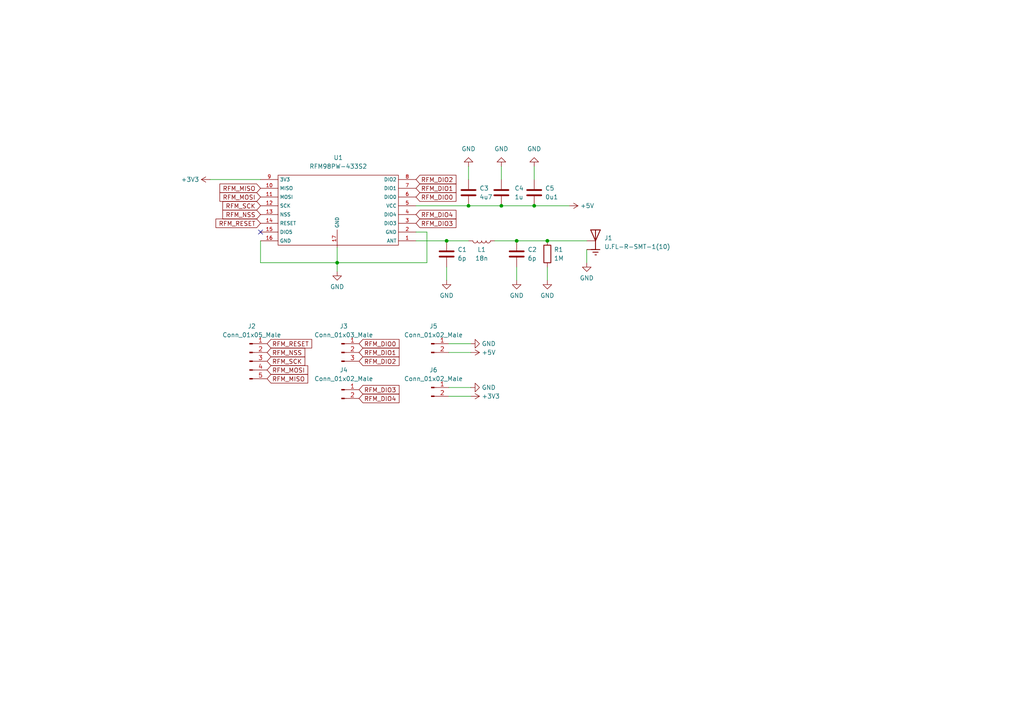
<source format=kicad_sch>
(kicad_sch (version 20211123) (generator eeschema)
  (paper "A4")
  (lib_symbols
    (symbol "Connector:Conn_01x02_Male" (pin_names (offset 1.016) hide)
      (property "Reference" "J" (at 0 2.54 0))
      (property "Value" "Conn_01x02_Male" (at 0 -5.08 0))
      (symbol "Conn_01x02_Male_1_1"
        (polyline (pts (xy 1.27 -2.54) (xy 0.8636 -2.54)) (stroke (width 0.1524)))
        (polyline (pts (xy 1.27 0) (xy 0.8636 0)) (stroke (width 0.1524)))
        (rectangle (start 0.8636 -2.413) (end 0 -2.667) (stroke (width 0.1524)) (fill (type outline)))
        (rectangle (start 0.8636 0.127) (end 0 -0.127) (stroke (width 0.1524)) (fill (type outline)))
        (pin passive line (at 5.08 0 180) (length 3.81) (name "Pin_1") (number "1"))
        (pin passive line (at 5.08 -2.54 180) (length 3.81) (name "Pin_2") (number "2"))
      )
    )
    (symbol "Connector:Conn_01x03_Male" (pin_names (offset 1.016) hide)
      (property "Reference" "J" (at 0 5.08 0))
      (property "Value" "Conn_01x03_Male" (at 0 -5.08 0))
      (symbol "Conn_01x03_Male_1_1"
        (polyline (pts (xy 1.27 -2.54) (xy 0.8636 -2.54)) (stroke (width 0.1524)))
        (polyline (pts (xy 1.27 0) (xy 0.8636 0)) (stroke (width 0.1524)))
        (polyline (pts (xy 1.27 2.54) (xy 0.8636 2.54)) (stroke (width 0.1524)))
        (rectangle (start 0.8636 -2.413) (end 0 -2.667) (stroke (width 0.1524)) (fill (type outline)))
        (rectangle (start 0.8636 0.127) (end 0 -0.127) (stroke (width 0.1524)) (fill (type outline)))
        (rectangle (start 0.8636 2.667) (end 0 2.413) (stroke (width 0.1524)) (fill (type outline)))
        (pin passive line (at 5.08 2.54 180) (length 3.81) (name "Pin_1") (number "1"))
        (pin passive line (at 5.08 0 180) (length 3.81) (name "Pin_2") (number "2"))
        (pin passive line (at 5.08 -2.54 180) (length 3.81) (name "Pin_3") (number "3"))
      )
    )
    (symbol "Connector:Conn_01x05_Male" (pin_names (offset 1.016) hide)
      (property "Reference" "J" (at 0 7.62 0))
      (property "Value" "Conn_01x05_Male" (at 0 -7.62 0))
      (symbol "Conn_01x05_Male_1_1"
        (polyline (pts (xy 1.27 -5.08) (xy 0.8636 -5.08)) (stroke (width 0.1524)))
        (polyline (pts (xy 1.27 -2.54) (xy 0.8636 -2.54)) (stroke (width 0.1524)))
        (polyline (pts (xy 1.27 0) (xy 0.8636 0)) (stroke (width 0.1524)))
        (polyline (pts (xy 1.27 2.54) (xy 0.8636 2.54)) (stroke (width 0.1524)))
        (polyline (pts (xy 1.27 5.08) (xy 0.8636 5.08)) (stroke (width 0.1524)))
        (rectangle (start 0.8636 -4.953) (end 0 -5.207) (stroke (width 0.1524)) (fill (type outline)))
        (rectangle (start 0.8636 -2.413) (end 0 -2.667) (stroke (width 0.1524)) (fill (type outline)))
        (rectangle (start 0.8636 0.127) (end 0 -0.127) (stroke (width 0.1524)) (fill (type outline)))
        (rectangle (start 0.8636 2.667) (end 0 2.413) (stroke (width 0.1524)) (fill (type outline)))
        (rectangle (start 0.8636 5.207) (end 0 4.953) (stroke (width 0.1524)) (fill (type outline)))
        (pin passive line (at 5.08 5.08 180) (length 3.81) (name "Pin_1") (number "1"))
        (pin passive line (at 5.08 2.54 180) (length 3.81) (name "Pin_2") (number "2"))
        (pin passive line (at 5.08 0 180) (length 3.81) (name "Pin_3") (number "3"))
        (pin passive line (at 5.08 -2.54 180) (length 3.81) (name "Pin_4") (number "4"))
        (pin passive line (at 5.08 -5.08 180) (length 3.81) (name "Pin_5") (number "5"))
      )
    )
    (symbol "Device:C" (pin_numbers hide) (pin_names (offset 0.254))
      (property "Reference" "C" (at 0.635 2.54 0))
      (property "Value" "C" (at 0.635 -2.54 0))
      (symbol "C_0_1"
        (polyline (pts (xy -2.032 -0.762) (xy 2.032 -0.762)) (stroke (width 0.508)))
        (polyline (pts (xy -2.032 0.762) (xy 2.032 0.762)) (stroke (width 0.508)))
      )
      (symbol "C_1_1"
        (pin passive line (at 0 3.81 270) (length 2.794) (name "~") (number "1"))
        (pin passive line (at 0 -3.81 90) (length 2.794) (name "~") (number "2"))
      )
    )
    (symbol "Device:L" (pin_numbers hide) (pin_names (offset 1.016) hide)
      (property "Reference" "L" (at -1.27 0 90))
      (property "Value" "L" (at 1.905 0 90))
      (symbol "L_0_1"
        (arc (start 0 -2.54) (mid 0.635 -1.905) (end 0 -1.27))
        (arc (start 0 -1.27) (mid 0.635 -0.635) (end 0 0))
        (arc (start 0 0) (mid 0.635 0.635) (end 0 1.27))
        (arc (start 0 1.27) (mid 0.635 1.905) (end 0 2.54))
      )
      (symbol "L_1_1"
        (pin passive line (at 0 3.81 270) (length 1.27) (name "1") (number "1"))
        (pin passive line (at 0 -3.81 90) (length 1.27) (name "2") (number "2"))
      )
    )
    (symbol "Device:R" (pin_numbers hide) (pin_names (offset 0))
      (property "Reference" "R" (at 2.032 0 90))
      (property "Value" "R" (at 0 0 90))
      (symbol "R_0_1"
        (rectangle (start -1.016 -2.54) (end 1.016 2.54) (stroke (width 0.254)))
      )
      (symbol "R_1_1"
        (pin passive line (at 0 3.81 270) (length 1.27) (name "~") (number "1"))
        (pin passive line (at 0 -3.81 90) (length 1.27) (name "~") (number "2"))
      )
    )
    (symbol "RFM98PW:RFM98PW-433S2"
      (property "Reference" "U?" (at 0.3175 5.08 0))
      (property "Value" "RFM98PW-433S2" (at 0.3175 2.54 0))
      (symbol "RFM98PW-433S2_0_0"
        (pin bidirectional line (at 22.86 -19.05 180) (length 5.08) (name "ANT") (number "1"))
        (pin bidirectional line (at -22.225 -3.81 0) (length 5.08) (name "MISO") (number "10"))
        (pin bidirectional line (at -22.225 -6.35 0) (length 5.08) (name "MOSI") (number "11"))
        (pin bidirectional line (at -22.225 -8.89 0) (length 5.08) (name "SCK") (number "12"))
        (pin bidirectional line (at -22.225 -11.43 0) (length 5.08) (name "NSS") (number "13"))
        (pin bidirectional line (at -22.225 -13.97 0) (length 5.08) (name "RESET") (number "14"))
        (pin bidirectional line (at -22.225 -16.51 0) (length 5.08) (name "DIO5") (number "15"))
        (pin power_in line (at -22.225 -19.05 0) (length 5.08) (name "GND") (number "16"))
        (pin power_in line (at 0 -20.955 90) (length 5.08) (name "GND") (number "17"))
        (pin power_in line (at 22.86 -16.51 180) (length 5.08) (name "GND") (number "2"))
        (pin bidirectional line (at 22.86 -13.97 180) (length 5.08) (name "DIO3") (number "3"))
        (pin bidirectional line (at 22.86 -11.43 180) (length 5.08) (name "DIO4") (number "4"))
        (pin power_in line (at 22.86 -8.89 180) (length 5.08) (name "VCC") (number "5"))
        (pin bidirectional line (at 22.86 -6.35 180) (length 5.08) (name "DIO0") (number "6"))
        (pin bidirectional line (at 22.86 -3.81 180) (length 5.08) (name "DIO1") (number "7"))
        (pin bidirectional line (at 22.86 -1.27 180) (length 5.08) (name "DIO2") (number "8"))
        (pin power_out line (at -22.225 -1.27 0) (length 5.08) (name "3V3") (number "9"))
      )
      (symbol "RFM98PW-433S2_0_1"
        (rectangle (start -17.145 0) (end 17.78 -20.32))
      )
    )
    (symbol "U.FL-R-SMT-1_10_:U.FL-R-SMT-1(10)" (pin_numbers hide) (pin_names (offset 1.016) hide)
      (property "Reference" "J" (at -2.54 5.08 0))
      (property "Value" "U.FL-R-SMT-1(10)" (at -2.667 -7.6454 0))
      (symbol "U.FL-R-SMT-1(10)_0_0"
        (polyline (pts (xy -1.397 3.175) (xy 0 3.175)) (stroke (width 0.254)))
        (polyline (pts (xy -0.762 -3.302) (xy 0.762 -3.302)) (stroke (width 0.254)))
        (polyline (pts (xy -0.127 -4.064) (xy 0.254 -4.064)) (stroke (width 0.254)))
        (polyline (pts (xy 0 -2.54) (xy -1.27 -2.54)) (stroke (width 0.254)))
        (polyline (pts (xy 0 -2.54) (xy 1.27 -2.54)) (stroke (width 0.254)))
        (polyline (pts (xy 0 0) (xy -1.397 3.175)) (stroke (width 0.254)))
        (polyline (pts (xy 0 0) (xy 0 -2.54)) (stroke (width 0.254)))
        (polyline (pts (xy 0 3.175) (xy 0 0)) (stroke (width 0.254)))
        (polyline (pts (xy 0 3.175) (xy 1.397 3.175)) (stroke (width 0.254)))
        (polyline (pts (xy 1.397 3.175) (xy 0 0)) (stroke (width 0.254)))
        (pin passive line (at -2.54 -2.54 0) (length 2.54) (name "~") (number "1"))
        (pin passive line (at -2.54 0 0) (length 2.54) (name "~") (number "2"))
        (pin passive line (at -2.54 -2.54 0) (length 2.54) (name "~") (number "3"))
      )
    )
    (symbol "power:+3V3" (power) (pin_names (offset 0))
      (property "Value" "+3V3" (at 0 3.556 0))
      (symbol "+3V3_0_1"
        (polyline (pts (xy -0.762 1.27) (xy 0 2.54)))
        (polyline (pts (xy 0 0) (xy 0 2.54)))
        (polyline (pts (xy 0 2.54) (xy 0.762 1.27)))
      )
      (symbol "+3V3_1_1"
        (pin power_in line (at 0 0 90) (length 0) hide (name "+3V3") (number "1"))
      )
    )
    (symbol "power:+5V" (power) (pin_names (offset 0))
      (property "Value" "+5V" (at 0 3.556 0))
      (symbol "+5V_0_1"
        (polyline (pts (xy -0.762 1.27) (xy 0 2.54)))
        (polyline (pts (xy 0 0) (xy 0 2.54)))
        (polyline (pts (xy 0 2.54) (xy 0.762 1.27)))
      )
      (symbol "+5V_1_1"
        (pin power_in line (at 0 0 90) (length 0) hide (name "+5V") (number "1"))
      )
    )
    (symbol "power:GND" (power) (pin_names (offset 0))
      (property "Value" "GND" (at 0 -3.81 0))
      (symbol "GND_0_1"
        (polyline (pts (xy 0 0) (xy 0 -1.27) (xy 1.27 -1.27) (xy 0 -2.54) (xy -1.27 -1.27) (xy 0 -1.27)))
      )
      (symbol "GND_1_1"
        (pin power_in line (at 0 0 270) (length 0) hide (name "GND") (number "1"))
      )
    )
  )
  (junction (at 97.79 76.2))
  (junction (at 135.89 59.69))
  (junction (at 149.86 69.85))
  (junction (at 158.75 69.85))
  (junction (at 145.415 59.69))
  (junction (at 154.94 59.69))
  (junction (at 129.54 69.85))
  (no_connect (at 75.565 67.31))
  (wire (pts (xy 158.75 77.47) (xy 158.75 81.28)))
  (wire (pts (xy 97.79 71.755) (xy 97.79 76.2)))
  (wire (pts (xy 135.89 48.26) (xy 135.89 52.07)))
  (wire (pts (xy 170.18 72.39) (xy 170.18 76.2)))
  (wire (pts (xy 158.75 69.85) (xy 170.18 69.85)))
  (wire (pts (xy 130.175 112.395) (xy 136.525 112.395)))
  (wire (pts (xy 75.565 69.85) (xy 75.565 76.2)))
  (wire (pts (xy 145.415 59.69) (xy 154.94 59.69)))
  (wire (pts (xy 75.565 76.2) (xy 97.79 76.2)))
  (wire (pts (xy 130.175 99.695) (xy 136.525 99.695)))
  (wire (pts (xy 154.94 48.26) (xy 154.94 52.07)))
  (wire (pts (xy 154.94 59.69) (xy 165.1 59.69)))
  (wire (pts (xy 149.86 77.47) (xy 149.86 81.28)))
  (wire (pts (xy 123.825 76.2) (xy 97.79 76.2)))
  (wire (pts (xy 130.175 102.235) (xy 136.525 102.235)))
  (wire (pts (xy 120.65 59.69) (xy 135.89 59.69)))
  (wire (pts (xy 120.65 67.31) (xy 123.825 67.31)))
  (wire (pts (xy 120.65 69.85) (xy 129.54 69.85)))
  (wire (pts (xy 60.96 52.07) (xy 75.565 52.07)))
  (wire (pts (xy 97.79 76.2) (xy 97.79 78.74)))
  (wire (pts (xy 123.825 67.31) (xy 123.825 76.2)))
  (wire (pts (xy 135.89 59.69) (xy 145.415 59.69)))
  (wire (pts (xy 145.415 48.26) (xy 145.415 52.07)))
  (wire (pts (xy 130.175 114.935) (xy 136.525 114.935)))
  (wire (pts (xy 129.54 69.85) (xy 135.89 69.85)))
  (wire (pts (xy 129.54 77.47) (xy 129.54 81.28)))
  (wire (pts (xy 143.51 69.85) (xy 149.86 69.85)))
  (wire (pts (xy 149.86 69.85) (xy 158.75 69.85)))
  (global_label "RFM_SCK" (shape input) (at 77.47 104.775 0) (property "Intersheet References" "${INTERSHEET_REFS}" (effects hide)))
  (global_label "RFM_MISO" (shape input) (at 75.565 54.61 180) (property "Intersheet References" "${INTERSHEET_REFS}" (effects hide)))
  (global_label "RFM_DIO4" (shape input) (at 120.65 62.23 0) (property "Intersheet References" "${INTERSHEET_REFS}" (effects hide)))
  (global_label "RFM_RESET" (shape input) (at 77.47 99.695 0) (property "Intersheet References" "${INTERSHEET_REFS}" (effects hide)))
  (global_label "RFM_NSS" (shape input) (at 77.47 102.235 0) (property "Intersheet References" "${INTERSHEET_REFS}" (effects hide)))
  (global_label "RFM_NSS" (shape input) (at 75.565 62.23 180) (property "Intersheet References" "${INTERSHEET_REFS}" (effects hide)))
  (global_label "RFM_DIO2" (shape input) (at 120.65 52.07 0) (property "Intersheet References" "${INTERSHEET_REFS}" (effects hide)))
  (global_label "RFM_DIO3" (shape input) (at 104.14 113.03 0) (property "Intersheet References" "${INTERSHEET_REFS}" (effects hide)))
  (global_label "RFM_DIO0" (shape input) (at 120.65 57.15 0) (property "Intersheet References" "${INTERSHEET_REFS}" (effects hide)))
  (global_label "RFM_DIO2" (shape input) (at 104.14 104.775 0) (property "Intersheet References" "${INTERSHEET_REFS}" (effects hide)))
  (global_label "RFM_DIO0" (shape input) (at 104.14 99.695 0) (property "Intersheet References" "${INTERSHEET_REFS}" (effects hide)))
  (global_label "RFM_MOSI" (shape input) (at 75.565 57.15 180) (property "Intersheet References" "${INTERSHEET_REFS}" (effects hide)))
  (global_label "RFM_DIO1" (shape input) (at 104.14 102.235 0) (property "Intersheet References" "${INTERSHEET_REFS}" (effects hide)))
  (global_label "RFM_RESET" (shape input) (at 75.565 64.77 180) (property "Intersheet References" "${INTERSHEET_REFS}" (effects hide)))
  (global_label "RFM_DIO1" (shape input) (at 120.65 54.61 0) (property "Intersheet References" "${INTERSHEET_REFS}" (effects hide)))
  (global_label "RFM_MOSI" (shape input) (at 77.47 107.315 0) (property "Intersheet References" "${INTERSHEET_REFS}" (effects hide)))
  (global_label "RFM_DIO3" (shape input) (at 120.65 64.77 0) (property "Intersheet References" "${INTERSHEET_REFS}" (effects hide)))
  (global_label "RFM_SCK" (shape input) (at 75.565 59.69 180) (property "Intersheet References" "${INTERSHEET_REFS}" (effects hide)))
  (global_label "RFM_DIO4" (shape input) (at 104.14 115.57 0) (property "Intersheet References" "${INTERSHEET_REFS}" (effects hide)))
  (global_label "RFM_MISO" (shape input) (at 77.47 109.855 0) (property "Intersheet References" "${INTERSHEET_REFS}" (effects hide)))
  (symbol (lib_id "power:GND") (at 158.75 81.28 0) (unit 1)
    (property "Reference" "#PWR0108" (effects hide))
    (property "Value" "GND" (at 158.75 85.725 0))
  )
  (symbol (lib_id "power:GND") (at 136.525 112.395 90) (unit 1)
    (property "Reference" "#PWR0109" (effects hide))
    (property "Value" "GND" (at 139.7 112.3949 90) (effects (justify right)))
  )
  (symbol (lib_id "Device:C") (at 135.89 55.88 0) (unit 1)
    (property "Reference" "C3" (at 139.065 54.6099 0) (effects (justify left)))
    (property "Value" "4u7" (at 139.065 57.1499 0) (effects (justify left)))
    (property "Footprint" "Capacitor_SMD:C_0603_1608Metric_Pad1.08x0.95mm_HandSolder" (effects hide))
  )
  (symbol (lib_id "Device:L") (at 139.7 69.85 270) (unit 1)
    (property "Reference" "L1" (at 139.7 72.39 90))
    (property "Value" "18n" (at 139.7 74.93 90))
    (property "Footprint" "Inductor_SMD:L_0603_1608Metric_Pad1.05x0.95mm_HandSolder" (effects hide))
  )
  (symbol (lib_id "power:GND") (at 136.525 99.695 90) (unit 1)
    (property "Reference" "#PWR0110" (effects hide))
    (property "Value" "GND" (at 139.7 99.6949 90) (effects (justify right)))
  )
  (symbol (lib_id "U.FL-R-SMT-1_10_:U.FL-R-SMT-1(10)") (at 172.72 69.85 0) (unit 1)
    (property "Reference" "J1" (at 175.26 69.0244 0) (effects (justify left)))
    (property "Value" "U.FL-R-SMT-1(10)" (at 175.26 71.5644 0) (effects (justify left)))
    (property "Footprint" "HRS_U.FL-R-SMT-1(10)" (effects hide))
    (property "MP" "U.FL-R-SMT-1_10_" (effects hide))
    (property "PACKAGE" "None" (effects hide))
    (property "PRICE" "0.71 USD" (effects hide))
    (property "STANDARD" "Manufacturer Recommendation" (effects hide))
    (property "DESCRIPTION" "U.FL Series 6 Ghz 50 Ohm Ultra-small SMT Coaxial Cable Receptacle" (effects hide))
    (property "MANUFACTURER" "Hirose" (effects hide))
    (property "AVAILABILITY" "Good" (effects hide))
  )
  (symbol (lib_id "power:GND") (at 97.79 78.74 0) (unit 1)
    (property "Reference" "#PWR0113" (effects hide))
    (property "Value" "GND" (at 97.79 83.185 0))
  )
  (symbol (lib_id "Connector:Conn_01x05_Male") (at 72.39 104.775 0) (unit 1)
    (property "Reference" "J2" (at 73.025 94.615 0))
    (property "Value" "Conn_01x05_Male" (at 73.025 97.155 0))
    (property "Footprint" "Connector_PinHeader_2.54mm:PinHeader_1x05_P2.54mm_Vertical" (effects hide))
  )
  (symbol (lib_id "power:GND") (at 149.86 81.28 0) (unit 1)
    (property "Reference" "#PWR0107" (effects hide))
    (property "Value" "GND" (at 149.86 85.725 0))
  )
  (symbol (lib_id "power:+5V") (at 136.525 102.235 270) (unit 1)
    (property "Reference" "#PWR0112" (effects hide))
    (property "Value" "+5V" (at 139.7 102.2349 90) (effects (justify left)))
  )
  (symbol (lib_id "RFM98PW:RFM98PW-433S2") (at 97.79 50.8 0) (unit 1)
    (property "Reference" "U1" (at 98.1075 45.72 0))
    (property "Value" "RFM98PW-433S2" (at 98.1075 48.26 0))
    (property "Footprint" "RFM98PW:RFM98PW-433S2" (effects hide))
  )
  (symbol (lib_id "power:+5V") (at 165.1 59.69 270) (unit 1)
    (property "Reference" "#PWR0104" (effects hide))
    (property "Value" "+5V" (at 168.275 59.6899 90) (effects (justify left)))
  )
  (symbol (lib_id "Connector:Conn_01x03_Male") (at 99.06 102.235 0) (unit 1)
    (property "Reference" "J3" (at 99.695 94.615 0))
    (property "Value" "Conn_01x03_Male" (at 99.695 97.155 0))
    (property "Footprint" "Connector_PinHeader_2.54mm:PinHeader_1x03_P2.54mm_Vertical" (effects hide))
  )
  (symbol (lib_id "power:+3V3") (at 136.525 114.935 270) (unit 1)
    (property "Reference" "#PWR0111" (effects hide))
    (property "Value" "+3V3" (at 139.7 114.9349 90) (effects (justify left)))
  )
  (symbol (lib_id "Device:C") (at 154.94 55.88 0) (unit 1)
    (property "Reference" "C5" (at 158.115 54.6099 0) (effects (justify left)))
    (property "Value" "0u1" (at 158.115 57.1499 0) (effects (justify left)))
    (property "Footprint" "Capacitor_SMD:C_0603_1608Metric_Pad1.08x0.95mm_HandSolder" (effects hide))
  )
  (symbol (lib_id "power:GND") (at 145.415 48.26 180) (unit 1)
    (property "Reference" "#PWR0103" (effects hide))
    (property "Value" "GND" (at 145.415 43.18 0))
  )
  (symbol (lib_id "power:GND") (at 129.54 81.28 0) (unit 1)
    (property "Reference" "#PWR0105" (effects hide))
    (property "Value" "GND" (at 129.54 85.725 0))
  )
  (symbol (lib_id "Connector:Conn_01x02_Male") (at 125.095 99.695 0) (unit 1)
    (property "Reference" "J5" (at 125.73 94.615 0))
    (property "Value" "Conn_01x02_Male" (at 125.73 97.155 0))
    (property "Footprint" "Connector_PinHeader_2.54mm:PinHeader_1x02_P2.54mm_Vertical" (effects hide))
  )
  (symbol (lib_id "power:GND") (at 154.94 48.26 180) (unit 1)
    (property "Reference" "#PWR0102" (effects hide))
    (property "Value" "GND" (at 154.94 43.18 0))
  )
  (symbol (lib_id "Connector:Conn_01x02_Male") (at 125.095 112.395 0) (unit 1)
    (property "Reference" "J6" (at 125.73 107.315 0))
    (property "Value" "Conn_01x02_Male" (at 125.73 109.855 0))
    (property "Footprint" "Connector_PinHeader_2.54mm:PinHeader_1x02_P2.54mm_Vertical" (effects hide))
  )
  (symbol (lib_id "Connector:Conn_01x02_Male") (at 99.06 113.03 0) (unit 1)
    (property "Reference" "J4" (at 99.695 107.315 0))
    (property "Value" "Conn_01x02_Male" (at 99.695 109.855 0))
    (property "Footprint" "Connector_PinHeader_2.54mm:PinHeader_1x02_P2.54mm_Vertical" (effects hide))
  )
  (symbol (lib_id "Device:C") (at 149.86 73.66 0) (unit 1)
    (property "Reference" "C2" (at 153.035 72.3899 0) (effects (justify left)))
    (property "Value" "6p" (at 153.035 74.9299 0) (effects (justify left)))
    (property "Footprint" "Capacitor_SMD:C_0603_1608Metric_Pad1.08x0.95mm_HandSolder" (effects hide))
  )
  (symbol (lib_id "Device:R") (at 158.75 73.66 0) (unit 1)
    (property "Reference" "R1" (at 160.655 72.3899 0) (effects (justify left)))
    (property "Value" "1M" (at 160.655 74.9299 0) (effects (justify left)))
    (property "Footprint" "Resistor_SMD:R_0603_1608Metric_Pad0.98x0.95mm_HandSolder" (effects hide))
  )
  (symbol (lib_id "power:GND") (at 135.89 48.26 180) (unit 1)
    (property "Reference" "#PWR0101" (effects hide))
    (property "Value" "GND" (at 135.89 43.18 0))
  )
  (symbol (lib_id "Device:C") (at 145.415 55.88 0) (unit 1)
    (property "Reference" "C4" (at 149.225 54.6099 0) (effects (justify left)))
    (property "Value" "1u" (at 149.225 57.1499 0) (effects (justify left)))
    (property "Footprint" "Capacitor_SMD:C_0603_1608Metric_Pad1.08x0.95mm_HandSolder" (effects hide))
  )
  (symbol (lib_id "power:+3V3") (at 60.96 52.07 90) (unit 1)
    (property "Reference" "#PWR0114" (effects hide))
    (property "Value" "+3V3" (at 57.785 52.0699 90) (effects (justify left)))
  )
  (symbol (lib_id "power:GND") (at 170.18 76.2 0) (unit 1)
    (property "Reference" "#PWR0106" (effects hide))
    (property "Value" "GND" (at 170.18 80.645 0))
  )
  (symbol (lib_id "Device:C") (at 129.54 73.66 0) (unit 1)
    (property "Reference" "C1" (at 132.715 72.3899 0) (effects (justify left)))
    (property "Value" "6p" (at 132.715 74.9299 0) (effects (justify left)))
    (property "Footprint" "Capacitor_SMD:C_0603_1608Metric_Pad1.08x0.95mm_HandSolder" (effects hide))
  )
)
</source>
